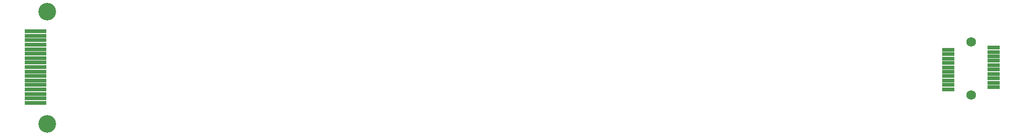
<source format=gts>
G04 Layer_Color=8388736*
%FSAX25Y25*%
%MOIN*%
G70*
G01*
G75*
%ADD20R,0.15800X0.03000*%
%ADD21R,0.08674X0.02769*%
%ADD22C,0.06902*%
%ADD23C,0.12611*%
D20*
X0122539Y0246678D02*
D03*
Y0269078D02*
D03*
Y0259478D02*
D03*
Y0256278D02*
D03*
Y0281878D02*
D03*
Y0272278D02*
D03*
Y0265878D02*
D03*
Y0262678D02*
D03*
Y0253078D02*
D03*
Y0249878D02*
D03*
Y0243478D02*
D03*
Y0285078D02*
D03*
Y0288278D02*
D03*
Y0294678D02*
D03*
Y0291478D02*
D03*
Y0278678D02*
D03*
Y0275478D02*
D03*
D21*
X0773358Y0253142D02*
D03*
Y0262591D02*
D03*
Y0265740D02*
D03*
Y0268890D02*
D03*
Y0272039D02*
D03*
Y0275189D02*
D03*
Y0278339D02*
D03*
Y0281488D02*
D03*
X0805642Y0283063D02*
D03*
Y0279913D02*
D03*
Y0276764D02*
D03*
Y0273614D02*
D03*
Y0270464D02*
D03*
Y0267315D02*
D03*
Y0264165D02*
D03*
X0805642Y0261016D02*
D03*
Y0257866D02*
D03*
X0805642Y0254716D02*
D03*
X0773358Y0259441D02*
D03*
Y0256291D02*
D03*
D22*
X0789500Y0287000D02*
D03*
X0789697Y0249106D02*
D03*
D23*
X0130839Y0228378D02*
D03*
Y0308614D02*
D03*
M02*

</source>
